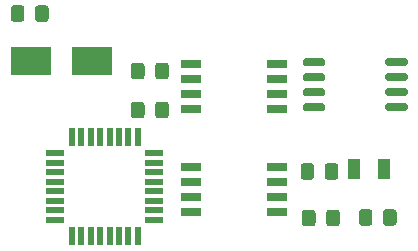
<source format=gtp>
%TF.GenerationSoftware,KiCad,Pcbnew,(5.1.6)-1*%
%TF.CreationDate,2020-07-20T22:25:38-05:00*%
%TF.ProjectId,Project 3 - BACEE_2_layer,50726f6a-6563-4742-9033-202d20424143,1*%
%TF.SameCoordinates,Original*%
%TF.FileFunction,Paste,Top*%
%TF.FilePolarity,Positive*%
%FSLAX46Y46*%
G04 Gerber Fmt 4.6, Leading zero omitted, Abs format (unit mm)*
G04 Created by KiCad (PCBNEW (5.1.6)-1) date 2020-07-20 22:25:38*
%MOMM*%
%LPD*%
G01*
G04 APERTURE LIST*
%ADD10R,1.700000X0.650000*%
%ADD11R,0.550000X1.500000*%
%ADD12R,1.500000X0.550000*%
%ADD13R,1.000000X1.800000*%
%ADD14R,3.500000X2.400000*%
G04 APERTURE END LIST*
%TO.C,C1*%
G36*
G01*
X67996000Y-100526001D02*
X67996000Y-99625999D01*
G75*
G02*
X68245999Y-99376000I249999J0D01*
G01*
X68896001Y-99376000D01*
G75*
G02*
X69146000Y-99625999I0J-249999D01*
G01*
X69146000Y-100526001D01*
G75*
G02*
X68896001Y-100776000I-249999J0D01*
G01*
X68245999Y-100776000D01*
G75*
G02*
X67996000Y-100526001I0J249999D01*
G01*
G37*
G36*
G01*
X70046000Y-100526001D02*
X70046000Y-99625999D01*
G75*
G02*
X70295999Y-99376000I249999J0D01*
G01*
X70946001Y-99376000D01*
G75*
G02*
X71196000Y-99625999I0J-249999D01*
G01*
X71196000Y-100526001D01*
G75*
G02*
X70946001Y-100776000I-249999J0D01*
G01*
X70295999Y-100776000D01*
G75*
G02*
X70046000Y-100526001I0J249999D01*
G01*
G37*
%TD*%
%TO.C,C2*%
G36*
G01*
X70046000Y-97224001D02*
X70046000Y-96323999D01*
G75*
G02*
X70295999Y-96074000I249999J0D01*
G01*
X70946001Y-96074000D01*
G75*
G02*
X71196000Y-96323999I0J-249999D01*
G01*
X71196000Y-97224001D01*
G75*
G02*
X70946001Y-97474000I-249999J0D01*
G01*
X70295999Y-97474000D01*
G75*
G02*
X70046000Y-97224001I0J249999D01*
G01*
G37*
G36*
G01*
X67996000Y-97224001D02*
X67996000Y-96323999D01*
G75*
G02*
X68245999Y-96074000I249999J0D01*
G01*
X68896001Y-96074000D01*
G75*
G02*
X69146000Y-96323999I0J-249999D01*
G01*
X69146000Y-97224001D01*
G75*
G02*
X68896001Y-97474000I-249999J0D01*
G01*
X68245999Y-97474000D01*
G75*
G02*
X67996000Y-97224001I0J249999D01*
G01*
G37*
%TD*%
%TO.C,C3*%
G36*
G01*
X82356000Y-105733001D02*
X82356000Y-104832999D01*
G75*
G02*
X82605999Y-104583000I249999J0D01*
G01*
X83256001Y-104583000D01*
G75*
G02*
X83506000Y-104832999I0J-249999D01*
G01*
X83506000Y-105733001D01*
G75*
G02*
X83256001Y-105983000I-249999J0D01*
G01*
X82605999Y-105983000D01*
G75*
G02*
X82356000Y-105733001I0J249999D01*
G01*
G37*
G36*
G01*
X84406000Y-105733001D02*
X84406000Y-104832999D01*
G75*
G02*
X84655999Y-104583000I249999J0D01*
G01*
X85306001Y-104583000D01*
G75*
G02*
X85556000Y-104832999I0J-249999D01*
G01*
X85556000Y-105733001D01*
G75*
G02*
X85306001Y-105983000I-249999J0D01*
G01*
X84655999Y-105983000D01*
G75*
G02*
X84406000Y-105733001I0J249999D01*
G01*
G37*
%TD*%
%TO.C,D1*%
G36*
G01*
X87291000Y-109625001D02*
X87291000Y-108724999D01*
G75*
G02*
X87540999Y-108475000I249999J0D01*
G01*
X88191001Y-108475000D01*
G75*
G02*
X88441000Y-108724999I0J-249999D01*
G01*
X88441000Y-109625001D01*
G75*
G02*
X88191001Y-109875000I-249999J0D01*
G01*
X87540999Y-109875000D01*
G75*
G02*
X87291000Y-109625001I0J249999D01*
G01*
G37*
G36*
G01*
X89341000Y-109625001D02*
X89341000Y-108724999D01*
G75*
G02*
X89590999Y-108475000I249999J0D01*
G01*
X90241001Y-108475000D01*
G75*
G02*
X90491000Y-108724999I0J-249999D01*
G01*
X90491000Y-109625001D01*
G75*
G02*
X90241001Y-109875000I-249999J0D01*
G01*
X89590999Y-109875000D01*
G75*
G02*
X89341000Y-109625001I0J249999D01*
G01*
G37*
%TD*%
%TO.C,R1*%
G36*
G01*
X82474000Y-109670001D02*
X82474000Y-108769999D01*
G75*
G02*
X82723999Y-108520000I249999J0D01*
G01*
X83374001Y-108520000D01*
G75*
G02*
X83624000Y-108769999I0J-249999D01*
G01*
X83624000Y-109670001D01*
G75*
G02*
X83374001Y-109920000I-249999J0D01*
G01*
X82723999Y-109920000D01*
G75*
G02*
X82474000Y-109670001I0J249999D01*
G01*
G37*
G36*
G01*
X84524000Y-109670001D02*
X84524000Y-108769999D01*
G75*
G02*
X84773999Y-108520000I249999J0D01*
G01*
X85424001Y-108520000D01*
G75*
G02*
X85674000Y-108769999I0J-249999D01*
G01*
X85674000Y-109670001D01*
G75*
G02*
X85424001Y-109920000I-249999J0D01*
G01*
X84773999Y-109920000D01*
G75*
G02*
X84524000Y-109670001I0J249999D01*
G01*
G37*
%TD*%
%TO.C,R2*%
G36*
G01*
X59877000Y-92359001D02*
X59877000Y-91458999D01*
G75*
G02*
X60126999Y-91209000I249999J0D01*
G01*
X60777001Y-91209000D01*
G75*
G02*
X61027000Y-91458999I0J-249999D01*
G01*
X61027000Y-92359001D01*
G75*
G02*
X60777001Y-92609000I-249999J0D01*
G01*
X60126999Y-92609000D01*
G75*
G02*
X59877000Y-92359001I0J249999D01*
G01*
G37*
G36*
G01*
X57827000Y-92359001D02*
X57827000Y-91458999D01*
G75*
G02*
X58076999Y-91209000I249999J0D01*
G01*
X58727001Y-91209000D01*
G75*
G02*
X58977000Y-91458999I0J-249999D01*
G01*
X58977000Y-92359001D01*
G75*
G02*
X58727001Y-92609000I-249999J0D01*
G01*
X58076999Y-92609000D01*
G75*
G02*
X57827000Y-92359001I0J249999D01*
G01*
G37*
%TD*%
%TO.C,U1*%
G36*
G01*
X82545000Y-96162000D02*
X82545000Y-95862000D01*
G75*
G02*
X82695000Y-95712000I150000J0D01*
G01*
X84295000Y-95712000D01*
G75*
G02*
X84445000Y-95862000I0J-150000D01*
G01*
X84445000Y-96162000D01*
G75*
G02*
X84295000Y-96312000I-150000J0D01*
G01*
X82695000Y-96312000D01*
G75*
G02*
X82545000Y-96162000I0J150000D01*
G01*
G37*
G36*
G01*
X82545000Y-97432000D02*
X82545000Y-97132000D01*
G75*
G02*
X82695000Y-96982000I150000J0D01*
G01*
X84295000Y-96982000D01*
G75*
G02*
X84445000Y-97132000I0J-150000D01*
G01*
X84445000Y-97432000D01*
G75*
G02*
X84295000Y-97582000I-150000J0D01*
G01*
X82695000Y-97582000D01*
G75*
G02*
X82545000Y-97432000I0J150000D01*
G01*
G37*
G36*
G01*
X82545000Y-98702000D02*
X82545000Y-98402000D01*
G75*
G02*
X82695000Y-98252000I150000J0D01*
G01*
X84295000Y-98252000D01*
G75*
G02*
X84445000Y-98402000I0J-150000D01*
G01*
X84445000Y-98702000D01*
G75*
G02*
X84295000Y-98852000I-150000J0D01*
G01*
X82695000Y-98852000D01*
G75*
G02*
X82545000Y-98702000I0J150000D01*
G01*
G37*
G36*
G01*
X82545000Y-99972000D02*
X82545000Y-99672000D01*
G75*
G02*
X82695000Y-99522000I150000J0D01*
G01*
X84295000Y-99522000D01*
G75*
G02*
X84445000Y-99672000I0J-150000D01*
G01*
X84445000Y-99972000D01*
G75*
G02*
X84295000Y-100122000I-150000J0D01*
G01*
X82695000Y-100122000D01*
G75*
G02*
X82545000Y-99972000I0J150000D01*
G01*
G37*
G36*
G01*
X89545000Y-99972000D02*
X89545000Y-99672000D01*
G75*
G02*
X89695000Y-99522000I150000J0D01*
G01*
X91295000Y-99522000D01*
G75*
G02*
X91445000Y-99672000I0J-150000D01*
G01*
X91445000Y-99972000D01*
G75*
G02*
X91295000Y-100122000I-150000J0D01*
G01*
X89695000Y-100122000D01*
G75*
G02*
X89545000Y-99972000I0J150000D01*
G01*
G37*
G36*
G01*
X89545000Y-98702000D02*
X89545000Y-98402000D01*
G75*
G02*
X89695000Y-98252000I150000J0D01*
G01*
X91295000Y-98252000D01*
G75*
G02*
X91445000Y-98402000I0J-150000D01*
G01*
X91445000Y-98702000D01*
G75*
G02*
X91295000Y-98852000I-150000J0D01*
G01*
X89695000Y-98852000D01*
G75*
G02*
X89545000Y-98702000I0J150000D01*
G01*
G37*
G36*
G01*
X89545000Y-97432000D02*
X89545000Y-97132000D01*
G75*
G02*
X89695000Y-96982000I150000J0D01*
G01*
X91295000Y-96982000D01*
G75*
G02*
X91445000Y-97132000I0J-150000D01*
G01*
X91445000Y-97432000D01*
G75*
G02*
X91295000Y-97582000I-150000J0D01*
G01*
X89695000Y-97582000D01*
G75*
G02*
X89545000Y-97432000I0J150000D01*
G01*
G37*
G36*
G01*
X89545000Y-96162000D02*
X89545000Y-95862000D01*
G75*
G02*
X89695000Y-95712000I150000J0D01*
G01*
X91295000Y-95712000D01*
G75*
G02*
X91445000Y-95862000I0J-150000D01*
G01*
X91445000Y-96162000D01*
G75*
G02*
X91295000Y-96312000I-150000J0D01*
G01*
X89695000Y-96312000D01*
G75*
G02*
X89545000Y-96162000I0J150000D01*
G01*
G37*
%TD*%
D10*
%TO.C,U2*%
X80358000Y-104902000D03*
X80358000Y-106172000D03*
X80358000Y-107442000D03*
X80358000Y-108712000D03*
X73058000Y-108712000D03*
X73058000Y-107442000D03*
X73058000Y-106172000D03*
X73058000Y-104902000D03*
%TD*%
%TO.C,U3*%
X73058000Y-96139000D03*
X73058000Y-97409000D03*
X73058000Y-98679000D03*
X73058000Y-99949000D03*
X80358000Y-99949000D03*
X80358000Y-98679000D03*
X80358000Y-97409000D03*
X80358000Y-96139000D03*
%TD*%
D11*
%TO.C,U4*%
X62986000Y-110753000D03*
D12*
X61586000Y-103753000D03*
X61586000Y-104553000D03*
X61586000Y-105353000D03*
X61586000Y-106153000D03*
X61586000Y-106953000D03*
X61586000Y-107753000D03*
X61586000Y-108553000D03*
X61586000Y-109353000D03*
D11*
X63786000Y-110753000D03*
X64586000Y-110753000D03*
X65386000Y-110753000D03*
X66186000Y-110753000D03*
X66986000Y-110753000D03*
X67786000Y-110753000D03*
X68586000Y-110753000D03*
D12*
X69986000Y-109353000D03*
X69986000Y-108553000D03*
X69986000Y-107753000D03*
X69986000Y-106953000D03*
X69986000Y-106153000D03*
X69986000Y-105353000D03*
X69986000Y-104553000D03*
X69986000Y-103753000D03*
D11*
X68586000Y-102353000D03*
X67786000Y-102353000D03*
X66986000Y-102353000D03*
X66186000Y-102353000D03*
X65386000Y-102353000D03*
X64586000Y-102353000D03*
X63786000Y-102353000D03*
X62986000Y-102353000D03*
%TD*%
D13*
%TO.C,Y1*%
X86888000Y-105033000D03*
X89388000Y-105033000D03*
%TD*%
D14*
%TO.C,Y2*%
X59503000Y-95885000D03*
X64703000Y-95885000D03*
%TD*%
M02*

</source>
